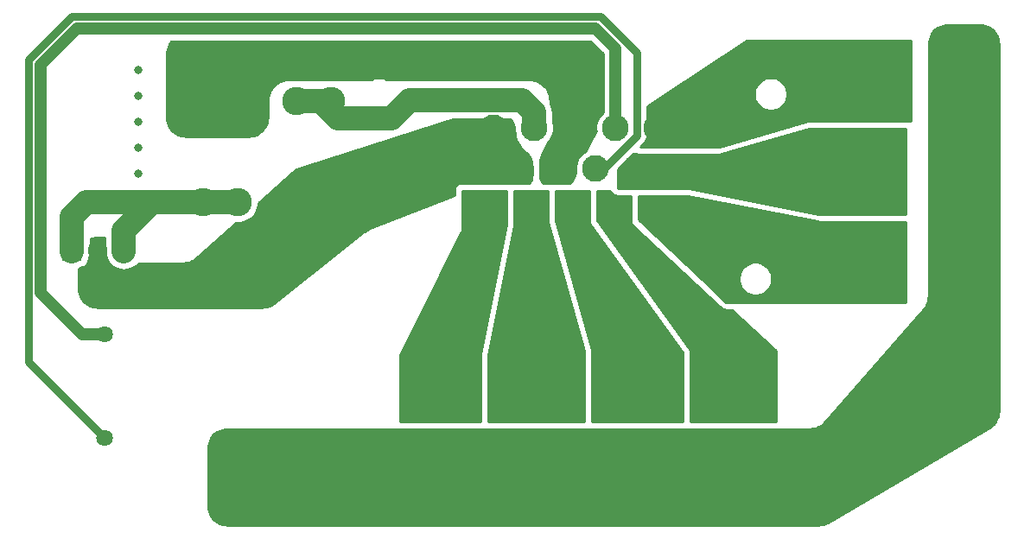
<source format=gbr>
%TF.GenerationSoftware,KiCad,Pcbnew,5.1.7-a382d34a8~88~ubuntu18.04.1*%
%TF.CreationDate,2021-02-25T09:22:48-05:00*%
%TF.ProjectId,LVPDU,4c565044-552e-46b6-9963-61645f706362,rev?*%
%TF.SameCoordinates,Original*%
%TF.FileFunction,Copper,L2,Bot*%
%TF.FilePolarity,Positive*%
%FSLAX46Y46*%
G04 Gerber Fmt 4.6, Leading zero omitted, Abs format (unit mm)*
G04 Created by KiCad (PCBNEW 5.1.7-a382d34a8~88~ubuntu18.04.1) date 2021-02-25 09:22:48*
%MOMM*%
%LPD*%
G01*
G04 APERTURE LIST*
%TA.AperFunction,ComponentPad*%
%ADD10O,1.905000X2.000000*%
%TD*%
%TA.AperFunction,ComponentPad*%
%ADD11R,1.905000X2.000000*%
%TD*%
%TA.AperFunction,ComponentPad*%
%ADD12C,2.780000*%
%TD*%
%TA.AperFunction,ComponentPad*%
%ADD13C,2.625000*%
%TD*%
%TA.AperFunction,ComponentPad*%
%ADD14R,2.625000X2.625000*%
%TD*%
%TA.AperFunction,ComponentPad*%
%ADD15C,1.635000*%
%TD*%
%TA.AperFunction,ComponentPad*%
%ADD16O,2.925000X5.850000*%
%TD*%
%TA.AperFunction,ComponentPad*%
%ADD17O,5.340000X2.670000*%
%TD*%
%TA.AperFunction,ViaPad*%
%ADD18C,0.800000*%
%TD*%
%TA.AperFunction,Conductor*%
%ADD19C,2.400000*%
%TD*%
%TA.AperFunction,Conductor*%
%ADD20C,0.800000*%
%TD*%
%TA.AperFunction,Conductor*%
%ADD21C,1.200000*%
%TD*%
%TA.AperFunction,Conductor*%
%ADD22C,0.254000*%
%TD*%
%TA.AperFunction,Conductor*%
%ADD23C,0.100000*%
%TD*%
G04 APERTURE END LIST*
D10*
%TO.P,D1,3*%
%TO.N,/DCDC_Fused*%
X152908000Y-60856000D03*
%TO.P,D1,2*%
%TO.N,/BATT_IN*%
X150368000Y-60856000D03*
D11*
%TO.P,D1,1*%
%TO.N,/DCDC_Fused*%
X147828000Y-60856000D03*
%TD*%
D12*
%TO.P,F9,1*%
%TO.N,/DCDC_IN*%
X164084000Y-46228000D03*
X160684000Y-46228000D03*
%TO.P,F9,2*%
%TO.N,/DCDC_Fused*%
X164084000Y-56148000D03*
X160684000Y-56148000D03*
%TD*%
D13*
%TO.P,J1,14*%
%TO.N,/12V_OUT_2*%
X205104000Y-48832000D03*
%TO.P,J1,13*%
%TO.N,/FROM_BRB*%
X201104000Y-48832000D03*
%TO.P,J1,12*%
%TO.N,/DCDC_IN*%
X197104000Y-48832000D03*
%TO.P,J1,11*%
%TO.N,/TO_BRB*%
X193104000Y-48832000D03*
%TO.P,J1,10*%
%TO.N,/BATT_IN*%
X189104000Y-48832000D03*
%TO.P,J1,9*%
%TO.N,/SHUTDOWN_OUT*%
X203104000Y-52832000D03*
%TO.P,J1,8*%
%TO.N,GND*%
X199104000Y-52832000D03*
%TO.P,J1,7*%
%TO.N,/DCDC_IN*%
X195104000Y-52832000D03*
%TO.P,J1,6*%
%TO.N,/BATT_IN*%
X191104000Y-52832000D03*
%TO.P,J1,5*%
%TO.N,/RINEHART*%
X205104000Y-56832000D03*
%TO.P,J1,4*%
%TO.N,/12V_OUT_1*%
X201104000Y-56832000D03*
%TO.P,J1,3*%
%TO.N,/RADIATOR*%
X197104000Y-56832000D03*
%TO.P,J1,2*%
%TO.N,/DAQ*%
X193104000Y-56832000D03*
D14*
%TO.P,J1,1*%
%TO.N,/PUMP*%
X189104000Y-56832000D03*
%TD*%
D12*
%TO.P,F8,1*%
%TO.N,/TO_BRB*%
X173228000Y-46228000D03*
X169828000Y-46228000D03*
%TO.P,F8,2*%
%TO.N,/BATT_IN*%
X173228000Y-56148000D03*
X169828000Y-56148000D03*
%TD*%
%TO.P,F7,1*%
%TO.N,+12V*%
X235712000Y-45720000D03*
X235712000Y-42320000D03*
%TO.P,F7,2*%
%TO.N,/12V_OUT_2*%
X225792000Y-45720000D03*
X225792000Y-42320000D03*
%TD*%
D15*
%TO.P,K1,1*%
%TO.N,GND*%
X151058000Y-79225000D03*
%TO.P,K1,2*%
%TO.N,/FROM_BRB*%
X151058000Y-69065000D03*
D16*
%TO.P,K1,4*%
%TO.N,+12V*%
X166498000Y-83035000D03*
D17*
%TO.P,K1,3*%
%TO.N,/BATT_IN*%
X163068000Y-64285000D03*
%TD*%
D12*
%TO.P,F6,1*%
%TO.N,+12V*%
X211328000Y-84328000D03*
X214728000Y-84328000D03*
%TO.P,F6,2*%
%TO.N,/12V_OUT_1*%
X211328000Y-74408000D03*
X214728000Y-74408000D03*
%TD*%
%TO.P,F5,1*%
%TO.N,+12V*%
X182372000Y-84328000D03*
X185772000Y-84328000D03*
%TO.P,F5,2*%
%TO.N,/PUMP*%
X182372000Y-74408000D03*
X185772000Y-74408000D03*
%TD*%
%TO.P,F4,1*%
%TO.N,+12V*%
X201676000Y-84328000D03*
X205076000Y-84328000D03*
%TO.P,F4,2*%
%TO.N,/RADIATOR*%
X201676000Y-74408000D03*
X205076000Y-74408000D03*
%TD*%
%TO.P,F3,1*%
%TO.N,+12V*%
X235712000Y-63500000D03*
X235712000Y-60100000D03*
%TO.P,F3,2*%
%TO.N,/RINEHART*%
X225792000Y-63500000D03*
X225792000Y-60100000D03*
%TD*%
%TO.P,F2,1*%
%TO.N,+12V*%
X192024000Y-84328000D03*
X195424000Y-84328000D03*
%TO.P,F2,2*%
%TO.N,/DAQ*%
X192024000Y-74408000D03*
X195424000Y-74408000D03*
%TD*%
%TO.P,F1,1*%
%TO.N,+12V*%
X235712000Y-54356000D03*
X235712000Y-50956000D03*
%TO.P,F1,2*%
%TO.N,/SHUTDOWN_OUT*%
X225792000Y-54356000D03*
X225792000Y-50956000D03*
%TD*%
D18*
%TO.N,*%
X154305000Y-43180000D03*
X154305000Y-45720000D03*
X154305000Y-48260000D03*
X154305000Y-50800000D03*
X154305000Y-53340000D03*
%TO.N,/DCDC_IN*%
X164084000Y-41148000D03*
X166116000Y-41148000D03*
X168148000Y-41148000D03*
X170180000Y-41148000D03*
X172212000Y-41148000D03*
X174244000Y-41148000D03*
X176276000Y-41148000D03*
X178308000Y-41148000D03*
X180340000Y-41148000D03*
X182372000Y-41148000D03*
X184404000Y-41148000D03*
X186436000Y-41148000D03*
X188468000Y-41148000D03*
X190500000Y-41148000D03*
X192532000Y-41148000D03*
X194564000Y-41148000D03*
X196596000Y-41148000D03*
%TO.N,/BATT_IN*%
X183896000Y-49784000D03*
X182372000Y-50292000D03*
X180848000Y-50800000D03*
X179324000Y-51308000D03*
X177800000Y-51816000D03*
X176276000Y-52324000D03*
X183896000Y-51816000D03*
X182372000Y-52324000D03*
X180848000Y-52832000D03*
X179324000Y-53340000D03*
X177800000Y-53848000D03*
X176276000Y-54356000D03*
X150368000Y-65532000D03*
X151892000Y-65532000D03*
X153416000Y-65532000D03*
X154940000Y-65532000D03*
X156464000Y-65532000D03*
%TO.N,+12V*%
X221996000Y-79756000D03*
X223520000Y-78232000D03*
X225044000Y-76708000D03*
X226568000Y-75184000D03*
X228092000Y-73660000D03*
X229616000Y-72136000D03*
X231140000Y-70612000D03*
X232664000Y-69088000D03*
X234696000Y-72644000D03*
X224028000Y-83312000D03*
X230124000Y-77216000D03*
X233172000Y-74168000D03*
X228600000Y-78740000D03*
X225552000Y-81788000D03*
X227076000Y-80264000D03*
X231648000Y-75692000D03*
%TO.N,/SHUTDOWN_OUT*%
X211328000Y-52832000D03*
X213360000Y-52324000D03*
X215392000Y-51816000D03*
X217424000Y-51308000D03*
X219456000Y-50800000D03*
X213360000Y-54356000D03*
X215392000Y-53848000D03*
X217424000Y-53340000D03*
X219456000Y-52832000D03*
%TO.N,/DAQ*%
X194564000Y-60452000D03*
X195072000Y-62484000D03*
X195580000Y-64516000D03*
X196088000Y-66548000D03*
X196596000Y-68580000D03*
X191516000Y-60452000D03*
X191008000Y-62484000D03*
X190500000Y-64516000D03*
X189992000Y-66548000D03*
X189484000Y-68580000D03*
%TO.N,/RINEHART*%
X209296000Y-57404000D03*
X211328000Y-57912000D03*
X213360000Y-58420000D03*
X215392000Y-58928000D03*
X217424000Y-59436000D03*
X219456000Y-59944000D03*
X221488000Y-59944000D03*
X208280000Y-59436000D03*
X210312000Y-59944000D03*
X212344000Y-60452000D03*
X214376000Y-60960000D03*
X221488000Y-61976000D03*
X218948000Y-61976000D03*
X216408000Y-61468000D03*
%TO.N,/RADIATOR*%
X196596000Y-60452000D03*
X197104000Y-62484000D03*
X197612000Y-64516000D03*
X198120000Y-66548000D03*
X198628000Y-68580000D03*
X199136000Y-59944000D03*
X200660000Y-61976000D03*
X202184000Y-64008000D03*
X203708000Y-66040000D03*
X205232000Y-68072000D03*
X206756000Y-70104000D03*
%TO.N,/PUMP*%
X189484000Y-59944000D03*
X188976000Y-62484000D03*
X188468000Y-64516000D03*
X187960000Y-66548000D03*
X187452000Y-68580000D03*
X186436000Y-59944000D03*
X185420000Y-62484000D03*
X184404000Y-64516000D03*
X183388000Y-66548000D03*
X182372000Y-68580000D03*
%TO.N,/12V_OUT_1*%
X202692000Y-59436000D03*
X204216000Y-60960000D03*
X205740000Y-62484000D03*
X207264000Y-64008000D03*
X208788000Y-65532000D03*
X210312000Y-67056000D03*
%TO.N,/12V_OUT_2*%
X208788000Y-45720000D03*
X210820000Y-44196000D03*
X212852000Y-42672000D03*
X215392000Y-41656000D03*
X217932000Y-41656000D03*
X220472000Y-41656000D03*
X208788000Y-47752000D03*
X210820000Y-46228000D03*
X212852000Y-44704000D03*
X215392000Y-43688000D03*
X217932000Y-43688000D03*
X220472000Y-43688000D03*
%TD*%
D19*
%TO.N,/TO_BRB*%
X193104000Y-48832000D02*
X193104000Y-47308000D01*
X191915499Y-46119499D02*
X180956501Y-46119499D01*
X193104000Y-47308000D02*
X191915499Y-46119499D01*
X173916001Y-47932001D02*
X172212000Y-46228000D01*
X180956501Y-46119499D02*
X179143999Y-47932001D01*
X179143999Y-47932001D02*
X173916001Y-47932001D01*
X173228000Y-46228000D02*
X169828000Y-46228000D01*
D20*
%TO.N,GND*%
X203191499Y-41474429D02*
X199633060Y-37915990D01*
X203191499Y-49575003D02*
X203191499Y-41474429D01*
X199104000Y-52832000D02*
X199934502Y-52832000D01*
X199934502Y-52832000D02*
X203191499Y-49575003D01*
X143579990Y-71746990D02*
X151058000Y-79225000D01*
X143579990Y-42174940D02*
X143579990Y-71746990D01*
X199633060Y-37915990D02*
X147838939Y-37915991D01*
X147838939Y-37915991D02*
X143579990Y-42174940D01*
D21*
%TO.N,/FROM_BRB*%
X201104000Y-48832000D02*
X201104000Y-41084000D01*
X201104000Y-41084000D02*
X199136000Y-39116000D01*
X199136000Y-39116000D02*
X148336000Y-39116000D01*
X148336000Y-39116000D02*
X144780000Y-42672000D01*
X144780000Y-42672000D02*
X144780000Y-65024000D01*
X148821000Y-69065000D02*
X151058000Y-69065000D01*
X144780000Y-65024000D02*
X148821000Y-69065000D01*
D19*
%TO.N,/DCDC_Fused*%
X152908000Y-60960000D02*
X152908000Y-58928000D01*
X152908000Y-58928000D02*
X155688000Y-56148000D01*
X149240000Y-56148000D02*
X155688000Y-56148000D01*
X147828000Y-60960000D02*
X147828000Y-57560000D01*
X147828000Y-57560000D02*
X149240000Y-56148000D01*
X155688000Y-56148000D02*
X164084000Y-56148000D01*
%TD*%
D22*
%TO.N,/BATT_IN*%
X190830050Y-48063322D02*
X190969662Y-48288195D01*
X191072596Y-48532049D01*
X191137543Y-48793767D01*
X191156500Y-48907509D01*
X191156500Y-49023812D01*
X191231341Y-49400065D01*
X191243475Y-49429359D01*
X191285360Y-49680669D01*
X191287353Y-49690309D01*
X191361803Y-49991045D01*
X191367996Y-50009718D01*
X191487998Y-50295348D01*
X191497000Y-50312841D01*
X191659676Y-50576510D01*
X191671272Y-50592402D01*
X191872718Y-50827783D01*
X191879403Y-50835009D01*
X192361475Y-51317081D01*
X192525736Y-51504384D01*
X192661829Y-51708062D01*
X192770175Y-51927768D01*
X192848916Y-52159728D01*
X192896707Y-52399989D01*
X192913000Y-52648583D01*
X192913000Y-53434990D01*
X192891374Y-53698452D01*
X192828345Y-53949800D01*
X192725171Y-54187511D01*
X192698384Y-54229000D01*
X185924307Y-54229000D01*
X185800425Y-54241201D01*
X185681303Y-54277336D01*
X185571520Y-54336017D01*
X185475294Y-54414987D01*
X185396324Y-54511213D01*
X185337643Y-54620996D01*
X185301508Y-54740118D01*
X185289307Y-54864000D01*
X185289307Y-55484115D01*
X177017207Y-58701043D01*
X177008542Y-58704790D01*
X176740385Y-58832754D01*
X176724008Y-58842122D01*
X176477769Y-59008401D01*
X176470147Y-59013971D01*
X167601599Y-66015457D01*
X167391869Y-66159390D01*
X167168626Y-66272174D01*
X166932338Y-66354204D01*
X166687240Y-66404012D01*
X166433422Y-66421000D01*
X150340530Y-66421000D01*
X150069496Y-66401615D01*
X149808407Y-66344819D01*
X149558060Y-66251444D01*
X149323555Y-66123395D01*
X149109662Y-65963276D01*
X148920724Y-65774338D01*
X148760605Y-65560445D01*
X148632556Y-65325940D01*
X148539181Y-65075593D01*
X148482385Y-64814504D01*
X148463000Y-64543470D01*
X148463000Y-62684944D01*
X148533621Y-62663521D01*
X148852403Y-62493129D01*
X148860903Y-62486153D01*
X148904982Y-62481812D01*
X149024680Y-62445502D01*
X149134994Y-62386537D01*
X149231685Y-62307185D01*
X149311037Y-62210494D01*
X149370002Y-62100180D01*
X149406312Y-61980482D01*
X149416044Y-61881664D01*
X149531521Y-61665622D01*
X149636448Y-61319723D01*
X149663000Y-61050139D01*
X149663000Y-59693415D01*
X149808407Y-59639181D01*
X150069496Y-59582385D01*
X150340530Y-59563000D01*
X151073001Y-59563000D01*
X151073000Y-61050138D01*
X151099552Y-61319722D01*
X151204479Y-61665621D01*
X151374871Y-61984403D01*
X151604181Y-62263819D01*
X151883596Y-62493129D01*
X152202378Y-62663521D01*
X152548277Y-62768448D01*
X152908000Y-62803878D01*
X153267722Y-62768448D01*
X153613621Y-62663521D01*
X153932403Y-62493129D01*
X154211819Y-62263819D01*
X154343800Y-62103000D01*
X158691242Y-62103000D01*
X158700506Y-62102662D01*
X158991494Y-62081380D01*
X159009823Y-62078684D01*
X159294618Y-62015292D01*
X159312361Y-62009958D01*
X159584902Y-61905804D01*
X159601680Y-61897946D01*
X159856168Y-61755248D01*
X159871624Y-61745032D01*
X160102642Y-61566825D01*
X160109770Y-61560899D01*
X163895015Y-58173000D01*
X164283445Y-58173000D01*
X164674671Y-58095180D01*
X165043197Y-57942532D01*
X165374862Y-57720920D01*
X165656920Y-57438862D01*
X165878532Y-57107197D01*
X166031180Y-56738671D01*
X166109000Y-56347445D01*
X166109000Y-56191422D01*
X169437976Y-53211897D01*
X169646946Y-53049536D01*
X169872548Y-52919920D01*
X170118067Y-52821165D01*
X185160489Y-47954499D01*
X190736175Y-47954499D01*
X190830050Y-48063322D01*
%TA.AperFunction,Conductor*%
D23*
G36*
X190830050Y-48063322D02*
G01*
X190969662Y-48288195D01*
X191072596Y-48532049D01*
X191137543Y-48793767D01*
X191156500Y-48907509D01*
X191156500Y-49023812D01*
X191231341Y-49400065D01*
X191243475Y-49429359D01*
X191285360Y-49680669D01*
X191287353Y-49690309D01*
X191361803Y-49991045D01*
X191367996Y-50009718D01*
X191487998Y-50295348D01*
X191497000Y-50312841D01*
X191659676Y-50576510D01*
X191671272Y-50592402D01*
X191872718Y-50827783D01*
X191879403Y-50835009D01*
X192361475Y-51317081D01*
X192525736Y-51504384D01*
X192661829Y-51708062D01*
X192770175Y-51927768D01*
X192848916Y-52159728D01*
X192896707Y-52399989D01*
X192913000Y-52648583D01*
X192913000Y-53434990D01*
X192891374Y-53698452D01*
X192828345Y-53949800D01*
X192725171Y-54187511D01*
X192698384Y-54229000D01*
X185924307Y-54229000D01*
X185800425Y-54241201D01*
X185681303Y-54277336D01*
X185571520Y-54336017D01*
X185475294Y-54414987D01*
X185396324Y-54511213D01*
X185337643Y-54620996D01*
X185301508Y-54740118D01*
X185289307Y-54864000D01*
X185289307Y-55484115D01*
X177017207Y-58701043D01*
X177008542Y-58704790D01*
X176740385Y-58832754D01*
X176724008Y-58842122D01*
X176477769Y-59008401D01*
X176470147Y-59013971D01*
X167601599Y-66015457D01*
X167391869Y-66159390D01*
X167168626Y-66272174D01*
X166932338Y-66354204D01*
X166687240Y-66404012D01*
X166433422Y-66421000D01*
X150340530Y-66421000D01*
X150069496Y-66401615D01*
X149808407Y-66344819D01*
X149558060Y-66251444D01*
X149323555Y-66123395D01*
X149109662Y-65963276D01*
X148920724Y-65774338D01*
X148760605Y-65560445D01*
X148632556Y-65325940D01*
X148539181Y-65075593D01*
X148482385Y-64814504D01*
X148463000Y-64543470D01*
X148463000Y-62684944D01*
X148533621Y-62663521D01*
X148852403Y-62493129D01*
X148860903Y-62486153D01*
X148904982Y-62481812D01*
X149024680Y-62445502D01*
X149134994Y-62386537D01*
X149231685Y-62307185D01*
X149311037Y-62210494D01*
X149370002Y-62100180D01*
X149406312Y-61980482D01*
X149416044Y-61881664D01*
X149531521Y-61665622D01*
X149636448Y-61319723D01*
X149663000Y-61050139D01*
X149663000Y-59693415D01*
X149808407Y-59639181D01*
X150069496Y-59582385D01*
X150340530Y-59563000D01*
X151073001Y-59563000D01*
X151073000Y-61050138D01*
X151099552Y-61319722D01*
X151204479Y-61665621D01*
X151374871Y-61984403D01*
X151604181Y-62263819D01*
X151883596Y-62493129D01*
X152202378Y-62663521D01*
X152548277Y-62768448D01*
X152908000Y-62803878D01*
X153267722Y-62768448D01*
X153613621Y-62663521D01*
X153932403Y-62493129D01*
X154211819Y-62263819D01*
X154343800Y-62103000D01*
X158691242Y-62103000D01*
X158700506Y-62102662D01*
X158991494Y-62081380D01*
X159009823Y-62078684D01*
X159294618Y-62015292D01*
X159312361Y-62009958D01*
X159584902Y-61905804D01*
X159601680Y-61897946D01*
X159856168Y-61755248D01*
X159871624Y-61745032D01*
X160102642Y-61566825D01*
X160109770Y-61560899D01*
X163895015Y-58173000D01*
X164283445Y-58173000D01*
X164674671Y-58095180D01*
X165043197Y-57942532D01*
X165374862Y-57720920D01*
X165656920Y-57438862D01*
X165878532Y-57107197D01*
X166031180Y-56738671D01*
X166109000Y-56347445D01*
X166109000Y-56191422D01*
X169437976Y-53211897D01*
X169646946Y-53049536D01*
X169872548Y-52919920D01*
X170118067Y-52821165D01*
X185160489Y-47954499D01*
X190736175Y-47954499D01*
X190830050Y-48063322D01*
G37*
%TD.AperFunction*%
%TD*%
D22*
%TO.N,/DCDC_IN*%
X199869001Y-41595555D02*
X199869000Y-47314962D01*
X199862541Y-47319278D01*
X199591278Y-47590541D01*
X199378148Y-47909513D01*
X199231341Y-48263935D01*
X199156500Y-48640188D01*
X199156500Y-49023812D01*
X199170602Y-49094707D01*
X198234338Y-51084267D01*
X198181513Y-51106148D01*
X197862541Y-51319278D01*
X197591278Y-51590541D01*
X197378148Y-51909513D01*
X197231341Y-52263935D01*
X197156500Y-52640188D01*
X197156500Y-53023812D01*
X197205555Y-53270430D01*
X197023427Y-53657452D01*
X196891972Y-53892172D01*
X196731489Y-54102450D01*
X196602931Y-54229000D01*
X194000280Y-54229000D01*
X193942118Y-54160901D01*
X193827616Y-53974051D01*
X193743747Y-53771574D01*
X193692586Y-53558473D01*
X193675000Y-53335017D01*
X193675000Y-52293045D01*
X193697700Y-51999878D01*
X193764128Y-51718485D01*
X193874937Y-51446107D01*
X194466446Y-50263087D01*
X194470492Y-50254149D01*
X194494126Y-50196055D01*
X194616722Y-50073459D01*
X194829852Y-49754487D01*
X194976659Y-49400065D01*
X195051500Y-49023812D01*
X195051500Y-48640188D01*
X194976659Y-48263935D01*
X194939000Y-48173019D01*
X194939000Y-47398138D01*
X194947878Y-47307999D01*
X194912448Y-46948276D01*
X194807521Y-46602378D01*
X194741692Y-46479221D01*
X194691000Y-46384382D01*
X194691000Y-46196000D01*
X194690676Y-46186940D01*
X194670319Y-45902310D01*
X194667741Y-45884374D01*
X194607084Y-45605539D01*
X194601979Y-45588153D01*
X194502257Y-45320788D01*
X194494729Y-45304305D01*
X194357972Y-45053853D01*
X194348176Y-45038610D01*
X194177168Y-44810171D01*
X194165302Y-44796476D01*
X193963524Y-44594698D01*
X193949829Y-44582832D01*
X193721390Y-44411824D01*
X193706147Y-44402028D01*
X193455695Y-44265271D01*
X193439212Y-44257743D01*
X193171847Y-44158021D01*
X193154461Y-44152916D01*
X192875626Y-44092259D01*
X192857690Y-44089681D01*
X192573060Y-44069324D01*
X192564000Y-44069000D01*
X178644466Y-44069000D01*
X178380912Y-43959832D01*
X178065033Y-43897000D01*
X177742967Y-43897000D01*
X177427088Y-43959832D01*
X177163534Y-44069000D01*
X169132000Y-44069000D01*
X169122940Y-44069324D01*
X168838310Y-44089681D01*
X168820374Y-44092259D01*
X168541539Y-44152916D01*
X168524153Y-44158021D01*
X168256788Y-44257743D01*
X168240305Y-44265271D01*
X167989853Y-44402028D01*
X167974610Y-44411824D01*
X167746171Y-44582832D01*
X167732476Y-44594698D01*
X167530698Y-44796476D01*
X167518832Y-44810171D01*
X167347824Y-45038610D01*
X167338028Y-45053853D01*
X167201271Y-45304305D01*
X167193743Y-45320788D01*
X167094021Y-45588153D01*
X167088916Y-45605539D01*
X167028259Y-45884374D01*
X167025681Y-45902310D01*
X167005324Y-46186940D01*
X167005000Y-46196000D01*
X167005000Y-47779470D01*
X166985615Y-48050504D01*
X166928819Y-48311593D01*
X166835444Y-48561940D01*
X166707395Y-48796445D01*
X166547276Y-49010338D01*
X166358338Y-49199276D01*
X166144445Y-49359395D01*
X165909940Y-49487444D01*
X165659593Y-49580819D01*
X165398504Y-49637615D01*
X165127470Y-49657000D01*
X158976530Y-49657000D01*
X158705496Y-49637615D01*
X158444407Y-49580819D01*
X158194060Y-49487444D01*
X157959555Y-49359395D01*
X157745662Y-49199276D01*
X157556724Y-49010338D01*
X157396605Y-48796445D01*
X157268556Y-48561940D01*
X157175181Y-48311593D01*
X157118385Y-48050504D01*
X157099000Y-47779470D01*
X157099000Y-41628530D01*
X157118385Y-41357496D01*
X157175181Y-41096407D01*
X157268556Y-40846060D01*
X157396605Y-40611555D01*
X157556724Y-40397662D01*
X157603386Y-40351000D01*
X198624447Y-40351000D01*
X199869001Y-41595555D01*
%TA.AperFunction,Conductor*%
D23*
G36*
X199869001Y-41595555D02*
G01*
X199869000Y-47314962D01*
X199862541Y-47319278D01*
X199591278Y-47590541D01*
X199378148Y-47909513D01*
X199231341Y-48263935D01*
X199156500Y-48640188D01*
X199156500Y-49023812D01*
X199170602Y-49094707D01*
X198234338Y-51084267D01*
X198181513Y-51106148D01*
X197862541Y-51319278D01*
X197591278Y-51590541D01*
X197378148Y-51909513D01*
X197231341Y-52263935D01*
X197156500Y-52640188D01*
X197156500Y-53023812D01*
X197205555Y-53270430D01*
X197023427Y-53657452D01*
X196891972Y-53892172D01*
X196731489Y-54102450D01*
X196602931Y-54229000D01*
X194000280Y-54229000D01*
X193942118Y-54160901D01*
X193827616Y-53974051D01*
X193743747Y-53771574D01*
X193692586Y-53558473D01*
X193675000Y-53335017D01*
X193675000Y-52293045D01*
X193697700Y-51999878D01*
X193764128Y-51718485D01*
X193874937Y-51446107D01*
X194466446Y-50263087D01*
X194470492Y-50254149D01*
X194494126Y-50196055D01*
X194616722Y-50073459D01*
X194829852Y-49754487D01*
X194976659Y-49400065D01*
X195051500Y-49023812D01*
X195051500Y-48640188D01*
X194976659Y-48263935D01*
X194939000Y-48173019D01*
X194939000Y-47398138D01*
X194947878Y-47307999D01*
X194912448Y-46948276D01*
X194807521Y-46602378D01*
X194741692Y-46479221D01*
X194691000Y-46384382D01*
X194691000Y-46196000D01*
X194690676Y-46186940D01*
X194670319Y-45902310D01*
X194667741Y-45884374D01*
X194607084Y-45605539D01*
X194601979Y-45588153D01*
X194502257Y-45320788D01*
X194494729Y-45304305D01*
X194357972Y-45053853D01*
X194348176Y-45038610D01*
X194177168Y-44810171D01*
X194165302Y-44796476D01*
X193963524Y-44594698D01*
X193949829Y-44582832D01*
X193721390Y-44411824D01*
X193706147Y-44402028D01*
X193455695Y-44265271D01*
X193439212Y-44257743D01*
X193171847Y-44158021D01*
X193154461Y-44152916D01*
X192875626Y-44092259D01*
X192857690Y-44089681D01*
X192573060Y-44069324D01*
X192564000Y-44069000D01*
X178644466Y-44069000D01*
X178380912Y-43959832D01*
X178065033Y-43897000D01*
X177742967Y-43897000D01*
X177427088Y-43959832D01*
X177163534Y-44069000D01*
X169132000Y-44069000D01*
X169122940Y-44069324D01*
X168838310Y-44089681D01*
X168820374Y-44092259D01*
X168541539Y-44152916D01*
X168524153Y-44158021D01*
X168256788Y-44257743D01*
X168240305Y-44265271D01*
X167989853Y-44402028D01*
X167974610Y-44411824D01*
X167746171Y-44582832D01*
X167732476Y-44594698D01*
X167530698Y-44796476D01*
X167518832Y-44810171D01*
X167347824Y-45038610D01*
X167338028Y-45053853D01*
X167201271Y-45304305D01*
X167193743Y-45320788D01*
X167094021Y-45588153D01*
X167088916Y-45605539D01*
X167028259Y-45884374D01*
X167025681Y-45902310D01*
X167005324Y-46186940D01*
X167005000Y-46196000D01*
X167005000Y-47779470D01*
X166985615Y-48050504D01*
X166928819Y-48311593D01*
X166835444Y-48561940D01*
X166707395Y-48796445D01*
X166547276Y-49010338D01*
X166358338Y-49199276D01*
X166144445Y-49359395D01*
X165909940Y-49487444D01*
X165659593Y-49580819D01*
X165398504Y-49637615D01*
X165127470Y-49657000D01*
X158976530Y-49657000D01*
X158705496Y-49637615D01*
X158444407Y-49580819D01*
X158194060Y-49487444D01*
X157959555Y-49359395D01*
X157745662Y-49199276D01*
X157556724Y-49010338D01*
X157396605Y-48796445D01*
X157268556Y-48561940D01*
X157175181Y-48311593D01*
X157118385Y-48050504D01*
X157099000Y-47779470D01*
X157099000Y-41628530D01*
X157118385Y-41357496D01*
X157175181Y-41096407D01*
X157268556Y-40846060D01*
X157396605Y-40611555D01*
X157556724Y-40397662D01*
X157603386Y-40351000D01*
X198624447Y-40351000D01*
X199869001Y-41595555D01*
G37*
%TD.AperFunction*%
%TD*%
D22*
%TO.N,/PUMP*%
X190373000Y-58357121D02*
X187845331Y-70995466D01*
X187833000Y-71120000D01*
X187833000Y-77597000D01*
X179955307Y-77597000D01*
X179955307Y-71149980D01*
X186037899Y-58984796D01*
X186046797Y-58961544D01*
X186051307Y-58928000D01*
X186051307Y-54991000D01*
X190373000Y-54991000D01*
X190373000Y-58357121D01*
%TA.AperFunction,Conductor*%
D23*
G36*
X190373000Y-58357121D02*
G01*
X187845331Y-70995466D01*
X187833000Y-71120000D01*
X187833000Y-77597000D01*
X179955307Y-77597000D01*
X179955307Y-71149980D01*
X186037899Y-58984796D01*
X186046797Y-58961544D01*
X186051307Y-58928000D01*
X186051307Y-54991000D01*
X190373000Y-54991000D01*
X190373000Y-58357121D01*
G37*
%TD.AperFunction*%
%TD*%
D22*
%TO.N,/DAQ*%
X194437000Y-57912000D02*
X194460518Y-58083215D01*
X197993000Y-70699222D01*
X197993000Y-77597000D01*
X188595000Y-77597000D01*
X188595000Y-71132577D01*
X191132534Y-58444907D01*
X191135000Y-58420000D01*
X191135000Y-54991000D01*
X194437000Y-54991000D01*
X194437000Y-57912000D01*
%TA.AperFunction,Conductor*%
D23*
G36*
X194437000Y-57912000D02*
G01*
X194460518Y-58083215D01*
X197993000Y-70699222D01*
X197993000Y-77597000D01*
X188595000Y-77597000D01*
X188595000Y-71132577D01*
X191132534Y-58444907D01*
X191135000Y-58420000D01*
X191135000Y-54991000D01*
X194437000Y-54991000D01*
X194437000Y-57912000D01*
G37*
%TD.AperFunction*%
%TD*%
D22*
%TO.N,/RADIATOR*%
X198501000Y-57912000D02*
X198517914Y-58057584D01*
X198558192Y-58175369D01*
X198620676Y-58283034D01*
X207645000Y-70816817D01*
X207645000Y-77597000D01*
X198755000Y-77597000D01*
X198755000Y-70612000D01*
X198750296Y-70577757D01*
X195199000Y-57894557D01*
X195199000Y-54991000D01*
X198501000Y-54991000D01*
X198501000Y-57912000D01*
%TA.AperFunction,Conductor*%
D23*
G36*
X198501000Y-57912000D02*
G01*
X198517914Y-58057584D01*
X198558192Y-58175369D01*
X198620676Y-58283034D01*
X207645000Y-70816817D01*
X207645000Y-77597000D01*
X198755000Y-77597000D01*
X198755000Y-70612000D01*
X198750296Y-70577757D01*
X195199000Y-57894557D01*
X195199000Y-54991000D01*
X198501000Y-54991000D01*
X198501000Y-57912000D01*
G37*
%TD.AperFunction*%
%TD*%
D22*
%TO.N,/12V_OUT_1*%
X200581336Y-55107004D02*
X200640017Y-55216787D01*
X200718987Y-55313013D01*
X200815213Y-55391983D01*
X200924996Y-55450664D01*
X201044118Y-55486799D01*
X201168000Y-55499000D01*
X202565000Y-55499000D01*
X202565000Y-57912000D01*
X202581841Y-58057272D01*
X202622059Y-58175077D01*
X202684488Y-58282773D01*
X202766728Y-58376220D01*
X210378718Y-65480744D01*
X211386987Y-66489013D01*
X211483213Y-66567983D01*
X211592996Y-66626664D01*
X211712118Y-66662799D01*
X211836000Y-66675000D01*
X212477112Y-66675000D01*
X216789000Y-70667489D01*
X216789000Y-77597000D01*
X208407000Y-77597000D01*
X208407000Y-70612000D01*
X208404560Y-70587224D01*
X208397333Y-70563399D01*
X208383065Y-70537793D01*
X199263000Y-57871036D01*
X199263000Y-54991000D01*
X200546147Y-54991000D01*
X200581336Y-55107004D01*
%TA.AperFunction,Conductor*%
D23*
G36*
X200581336Y-55107004D02*
G01*
X200640017Y-55216787D01*
X200718987Y-55313013D01*
X200815213Y-55391983D01*
X200924996Y-55450664D01*
X201044118Y-55486799D01*
X201168000Y-55499000D01*
X202565000Y-55499000D01*
X202565000Y-57912000D01*
X202581841Y-58057272D01*
X202622059Y-58175077D01*
X202684488Y-58282773D01*
X202766728Y-58376220D01*
X210378718Y-65480744D01*
X211386987Y-66489013D01*
X211483213Y-66567983D01*
X211592996Y-66626664D01*
X211712118Y-66662799D01*
X211836000Y-66675000D01*
X212477112Y-66675000D01*
X216789000Y-70667489D01*
X216789000Y-77597000D01*
X208407000Y-77597000D01*
X208407000Y-70612000D01*
X208404560Y-70587224D01*
X208397333Y-70563399D01*
X208383065Y-70537793D01*
X199263000Y-57871036D01*
X199263000Y-54991000D01*
X200546147Y-54991000D01*
X200581336Y-55107004D01*
G37*
%TD.AperFunction*%
%TD*%
D22*
%TO.N,/RINEHART*%
X220855466Y-58026669D02*
X220980000Y-58039000D01*
X229489000Y-58039000D01*
X229489000Y-65913000D01*
X211888606Y-65913000D01*
X210909803Y-64934197D01*
X210906654Y-64931156D01*
X209342166Y-63470967D01*
X213169000Y-63470967D01*
X213169000Y-63793033D01*
X213231832Y-64108912D01*
X213355082Y-64406463D01*
X213534013Y-64674252D01*
X213761748Y-64901987D01*
X214029537Y-65080918D01*
X214327088Y-65204168D01*
X214642967Y-65267000D01*
X214965033Y-65267000D01*
X215280912Y-65204168D01*
X215578463Y-65080918D01*
X215846252Y-64901987D01*
X216073987Y-64674252D01*
X216252918Y-64406463D01*
X216376168Y-64108912D01*
X216439000Y-63793033D01*
X216439000Y-63470967D01*
X216376168Y-63155088D01*
X216252918Y-62857537D01*
X216073987Y-62589748D01*
X215846252Y-62362013D01*
X215578463Y-62183082D01*
X215280912Y-62059832D01*
X214965033Y-61997000D01*
X214642967Y-61997000D01*
X214327088Y-62059832D01*
X214029537Y-62183082D01*
X213761748Y-62362013D01*
X213534013Y-62589748D01*
X213355082Y-62857537D01*
X213231832Y-63155088D01*
X213169000Y-63470967D01*
X209342166Y-63470967D01*
X203327000Y-57856812D01*
X203327000Y-55499000D01*
X208217121Y-55499000D01*
X220855466Y-58026669D01*
%TA.AperFunction,Conductor*%
D23*
G36*
X220855466Y-58026669D02*
G01*
X220980000Y-58039000D01*
X229489000Y-58039000D01*
X229489000Y-65913000D01*
X211888606Y-65913000D01*
X210909803Y-64934197D01*
X210906654Y-64931156D01*
X209342166Y-63470967D01*
X213169000Y-63470967D01*
X213169000Y-63793033D01*
X213231832Y-64108912D01*
X213355082Y-64406463D01*
X213534013Y-64674252D01*
X213761748Y-64901987D01*
X214029537Y-65080918D01*
X214327088Y-65204168D01*
X214642967Y-65267000D01*
X214965033Y-65267000D01*
X215280912Y-65204168D01*
X215578463Y-65080918D01*
X215846252Y-64901987D01*
X216073987Y-64674252D01*
X216252918Y-64406463D01*
X216376168Y-64108912D01*
X216439000Y-63793033D01*
X216439000Y-63470967D01*
X216376168Y-63155088D01*
X216252918Y-62857537D01*
X216073987Y-62589748D01*
X215846252Y-62362013D01*
X215578463Y-62183082D01*
X215280912Y-62059832D01*
X214965033Y-61997000D01*
X214642967Y-61997000D01*
X214327088Y-62059832D01*
X214029537Y-62183082D01*
X213761748Y-62362013D01*
X213534013Y-62589748D01*
X213355082Y-62857537D01*
X213231832Y-63155088D01*
X213169000Y-63470967D01*
X209342166Y-63470967D01*
X203327000Y-57856812D01*
X203327000Y-55499000D01*
X208217121Y-55499000D01*
X220855466Y-58026669D01*
G37*
%TD.AperFunction*%
%TD*%
D22*
%TO.N,/12V_OUT_2*%
X229997000Y-48133000D02*
X219964000Y-48133000D01*
X219928165Y-48138161D01*
X211309712Y-50673000D01*
X203557213Y-50673000D01*
X203887407Y-50342806D01*
X203926895Y-50310399D01*
X203959302Y-50270911D01*
X204056233Y-50152801D01*
X204152339Y-49972997D01*
X204152340Y-49972996D01*
X204211523Y-49777898D01*
X204226499Y-49625841D01*
X204226499Y-49625832D01*
X204231505Y-49575004D01*
X204226499Y-49524176D01*
X204226499Y-46712302D01*
X206238501Y-45370967D01*
X214669000Y-45370967D01*
X214669000Y-45693033D01*
X214731832Y-46008912D01*
X214855082Y-46306463D01*
X215034013Y-46574252D01*
X215261748Y-46801987D01*
X215529537Y-46980918D01*
X215827088Y-47104168D01*
X216142967Y-47167000D01*
X216465033Y-47167000D01*
X216780912Y-47104168D01*
X217078463Y-46980918D01*
X217346252Y-46801987D01*
X217573987Y-46574252D01*
X217752918Y-46306463D01*
X217876168Y-46008912D01*
X217939000Y-45693033D01*
X217939000Y-45370967D01*
X217876168Y-45055088D01*
X217752918Y-44757537D01*
X217573987Y-44489748D01*
X217346252Y-44262013D01*
X217078463Y-44083082D01*
X216780912Y-43959832D01*
X216465033Y-43897000D01*
X216142967Y-43897000D01*
X215827088Y-43959832D01*
X215529537Y-44083082D01*
X215261748Y-44262013D01*
X215034013Y-44489748D01*
X214855082Y-44757537D01*
X214731832Y-45055088D01*
X214669000Y-45370967D01*
X206238501Y-45370967D01*
X213906452Y-40259000D01*
X229997000Y-40259000D01*
X229997000Y-48133000D01*
%TA.AperFunction,Conductor*%
D23*
G36*
X229997000Y-48133000D02*
G01*
X219964000Y-48133000D01*
X219928165Y-48138161D01*
X211309712Y-50673000D01*
X203557213Y-50673000D01*
X203887407Y-50342806D01*
X203926895Y-50310399D01*
X203959302Y-50270911D01*
X204056233Y-50152801D01*
X204152339Y-49972997D01*
X204152340Y-49972996D01*
X204211523Y-49777898D01*
X204226499Y-49625841D01*
X204226499Y-49625832D01*
X204231505Y-49575004D01*
X204226499Y-49524176D01*
X204226499Y-46712302D01*
X206238501Y-45370967D01*
X214669000Y-45370967D01*
X214669000Y-45693033D01*
X214731832Y-46008912D01*
X214855082Y-46306463D01*
X215034013Y-46574252D01*
X215261748Y-46801987D01*
X215529537Y-46980918D01*
X215827088Y-47104168D01*
X216142967Y-47167000D01*
X216465033Y-47167000D01*
X216780912Y-47104168D01*
X217078463Y-46980918D01*
X217346252Y-46801987D01*
X217573987Y-46574252D01*
X217752918Y-46306463D01*
X217876168Y-46008912D01*
X217939000Y-45693033D01*
X217939000Y-45370967D01*
X217876168Y-45055088D01*
X217752918Y-44757537D01*
X217573987Y-44489748D01*
X217346252Y-44262013D01*
X217078463Y-44083082D01*
X216780912Y-43959832D01*
X216465033Y-43897000D01*
X216142967Y-43897000D01*
X215827088Y-43959832D01*
X215529537Y-44083082D01*
X215261748Y-44262013D01*
X215034013Y-44489748D01*
X214855082Y-44757537D01*
X214731832Y-45055088D01*
X214669000Y-45370967D01*
X206238501Y-45370967D01*
X213906452Y-40259000D01*
X229997000Y-40259000D01*
X229997000Y-48133000D01*
G37*
%TD.AperFunction*%
%TD*%
D22*
%TO.N,/SHUTDOWN_OUT*%
X229489000Y-57277000D02*
X220992577Y-57277000D01*
X208304907Y-54739466D01*
X208280000Y-54737000D01*
X201295000Y-54737000D01*
X201295000Y-52935212D01*
X202883066Y-51347147D01*
X202956996Y-51386664D01*
X203076118Y-51422799D01*
X203200000Y-51435000D01*
X211328000Y-51435000D01*
X211507176Y-51409197D01*
X220055446Y-48895000D01*
X229489000Y-48895000D01*
X229489000Y-57277000D01*
%TA.AperFunction,Conductor*%
D23*
G36*
X229489000Y-57277000D02*
G01*
X220992577Y-57277000D01*
X208304907Y-54739466D01*
X208280000Y-54737000D01*
X201295000Y-54737000D01*
X201295000Y-52935212D01*
X202883066Y-51347147D01*
X202956996Y-51386664D01*
X203076118Y-51422799D01*
X203200000Y-51435000D01*
X211328000Y-51435000D01*
X211507176Y-51409197D01*
X220055446Y-48895000D01*
X229489000Y-48895000D01*
X229489000Y-57277000D01*
G37*
%TD.AperFunction*%
%TD*%
D22*
%TO.N,+12V*%
X237026504Y-38754385D02*
X237287593Y-38811181D01*
X237537940Y-38904556D01*
X237772445Y-39032605D01*
X237986338Y-39192724D01*
X238175276Y-39381662D01*
X238335395Y-39595555D01*
X238463444Y-39830060D01*
X238556819Y-40080407D01*
X238613615Y-40341496D01*
X238633000Y-40612530D01*
X238633000Y-76575398D01*
X238612056Y-76857060D01*
X238550729Y-77127926D01*
X238450019Y-77386739D01*
X238312137Y-77627814D01*
X238140117Y-77845847D01*
X237937750Y-78036034D01*
X237705588Y-78196898D01*
X221896669Y-87496263D01*
X221670568Y-87609769D01*
X221435429Y-87690923D01*
X221191594Y-87740196D01*
X220939154Y-87757000D01*
X163040530Y-87757000D01*
X162769496Y-87737615D01*
X162508407Y-87680819D01*
X162258060Y-87587444D01*
X162023555Y-87459395D01*
X161809662Y-87299276D01*
X161620724Y-87110338D01*
X161460605Y-86896445D01*
X161332556Y-86661940D01*
X161239181Y-86411593D01*
X161182385Y-86150504D01*
X161163000Y-85879470D01*
X161163000Y-80236530D01*
X161182385Y-79965496D01*
X161239181Y-79704407D01*
X161332556Y-79454060D01*
X161460605Y-79219555D01*
X161620724Y-79005662D01*
X161809662Y-78816724D01*
X162023555Y-78656605D01*
X162258060Y-78528556D01*
X162508407Y-78435181D01*
X162769496Y-78378385D01*
X163040530Y-78359000D01*
X220072464Y-78359000D01*
X220081473Y-78358680D01*
X220364508Y-78338551D01*
X220382345Y-78336001D01*
X220659683Y-78276021D01*
X220676979Y-78270973D01*
X220943038Y-78172348D01*
X220959446Y-78164902D01*
X221208870Y-78029617D01*
X221224059Y-78019925D01*
X221451828Y-77850704D01*
X221465493Y-77838959D01*
X221667021Y-77639208D01*
X221673194Y-77632639D01*
X231248730Y-66689169D01*
X231254490Y-66682089D01*
X231427652Y-66452857D01*
X231437574Y-66437548D01*
X231576107Y-66185871D01*
X231583733Y-66169299D01*
X231684778Y-65900372D01*
X231689951Y-65882879D01*
X231751425Y-65602248D01*
X231754039Y-65584193D01*
X231774672Y-65297651D01*
X231775000Y-65288530D01*
X231775000Y-40612530D01*
X231794385Y-40341496D01*
X231851181Y-40080407D01*
X231944556Y-39830060D01*
X232072605Y-39595555D01*
X232232724Y-39381662D01*
X232421662Y-39192724D01*
X232635555Y-39032605D01*
X232870060Y-38904556D01*
X233120407Y-38811181D01*
X233381496Y-38754385D01*
X233652530Y-38735000D01*
X236755470Y-38735000D01*
X237026504Y-38754385D01*
%TA.AperFunction,Conductor*%
D23*
G36*
X237026504Y-38754385D02*
G01*
X237287593Y-38811181D01*
X237537940Y-38904556D01*
X237772445Y-39032605D01*
X237986338Y-39192724D01*
X238175276Y-39381662D01*
X238335395Y-39595555D01*
X238463444Y-39830060D01*
X238556819Y-40080407D01*
X238613615Y-40341496D01*
X238633000Y-40612530D01*
X238633000Y-76575398D01*
X238612056Y-76857060D01*
X238550729Y-77127926D01*
X238450019Y-77386739D01*
X238312137Y-77627814D01*
X238140117Y-77845847D01*
X237937750Y-78036034D01*
X237705588Y-78196898D01*
X221896669Y-87496263D01*
X221670568Y-87609769D01*
X221435429Y-87690923D01*
X221191594Y-87740196D01*
X220939154Y-87757000D01*
X163040530Y-87757000D01*
X162769496Y-87737615D01*
X162508407Y-87680819D01*
X162258060Y-87587444D01*
X162023555Y-87459395D01*
X161809662Y-87299276D01*
X161620724Y-87110338D01*
X161460605Y-86896445D01*
X161332556Y-86661940D01*
X161239181Y-86411593D01*
X161182385Y-86150504D01*
X161163000Y-85879470D01*
X161163000Y-80236530D01*
X161182385Y-79965496D01*
X161239181Y-79704407D01*
X161332556Y-79454060D01*
X161460605Y-79219555D01*
X161620724Y-79005662D01*
X161809662Y-78816724D01*
X162023555Y-78656605D01*
X162258060Y-78528556D01*
X162508407Y-78435181D01*
X162769496Y-78378385D01*
X163040530Y-78359000D01*
X220072464Y-78359000D01*
X220081473Y-78358680D01*
X220364508Y-78338551D01*
X220382345Y-78336001D01*
X220659683Y-78276021D01*
X220676979Y-78270973D01*
X220943038Y-78172348D01*
X220959446Y-78164902D01*
X221208870Y-78029617D01*
X221224059Y-78019925D01*
X221451828Y-77850704D01*
X221465493Y-77838959D01*
X221667021Y-77639208D01*
X221673194Y-77632639D01*
X231248730Y-66689169D01*
X231254490Y-66682089D01*
X231427652Y-66452857D01*
X231437574Y-66437548D01*
X231576107Y-66185871D01*
X231583733Y-66169299D01*
X231684778Y-65900372D01*
X231689951Y-65882879D01*
X231751425Y-65602248D01*
X231754039Y-65584193D01*
X231774672Y-65297651D01*
X231775000Y-65288530D01*
X231775000Y-40612530D01*
X231794385Y-40341496D01*
X231851181Y-40080407D01*
X231944556Y-39830060D01*
X232072605Y-39595555D01*
X232232724Y-39381662D01*
X232421662Y-39192724D01*
X232635555Y-39032605D01*
X232870060Y-38904556D01*
X233120407Y-38811181D01*
X233381496Y-38754385D01*
X233652530Y-38735000D01*
X236755470Y-38735000D01*
X237026504Y-38754385D01*
G37*
%TD.AperFunction*%
%TD*%
M02*

</source>
